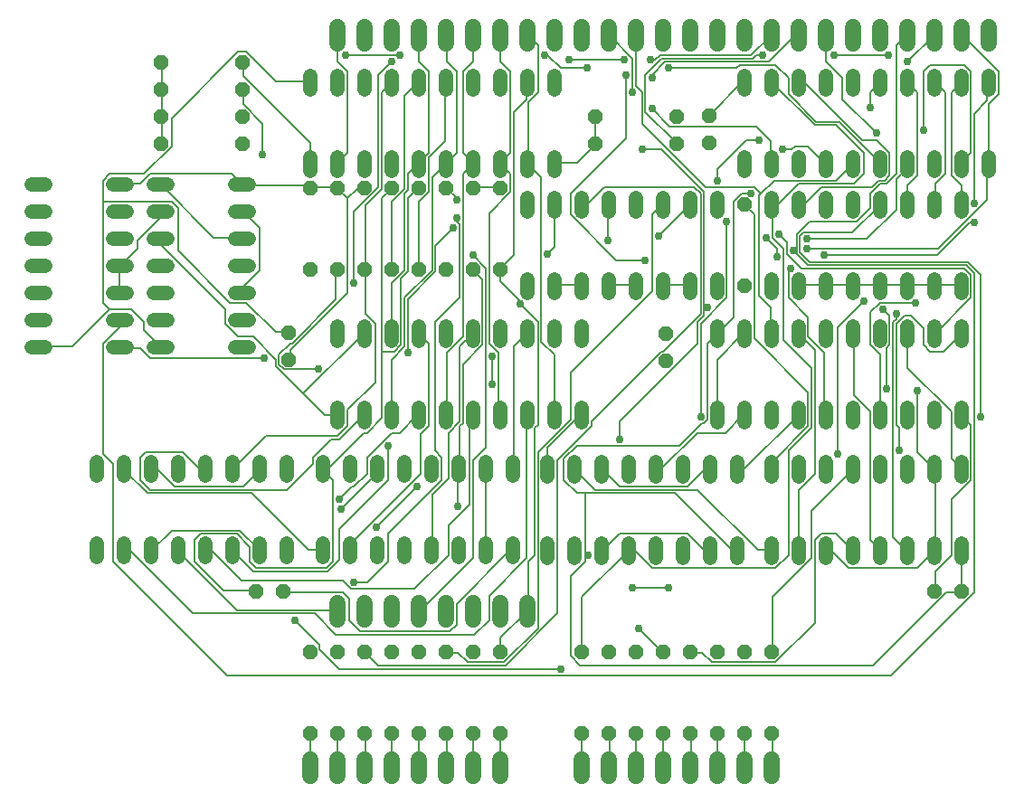
<source format=gbr>
G04 EAGLE Gerber RS-274X export*
G75*
%MOMM*%
%FSLAX34Y34*%
%LPD*%
%INTop Copper*%
%IPPOS*%
%AMOC8*
5,1,8,0,0,1.08239X$1,22.5*%
G01*
%ADD10C,1.320800*%
%ADD11C,1.524000*%
%ADD12P,1.429621X8X292.500000*%
%ADD13P,1.429621X8X202.500000*%
%ADD14C,0.152400*%
%ADD15C,0.756400*%


D10*
X342900Y647446D02*
X342900Y660654D01*
X368300Y660654D02*
X368300Y647446D01*
X495300Y647446D02*
X495300Y660654D01*
X520700Y660654D02*
X520700Y647446D01*
X393700Y647446D02*
X393700Y660654D01*
X419100Y660654D02*
X419100Y647446D01*
X469900Y647446D02*
X469900Y660654D01*
X444500Y660654D02*
X444500Y647446D01*
X546100Y647446D02*
X546100Y660654D01*
X571500Y660654D02*
X571500Y647446D01*
X571500Y723646D02*
X571500Y736854D01*
X546100Y736854D02*
X546100Y723646D01*
X520700Y723646D02*
X520700Y736854D01*
X495300Y736854D02*
X495300Y723646D01*
X469900Y723646D02*
X469900Y736854D01*
X444500Y736854D02*
X444500Y723646D01*
X419100Y723646D02*
X419100Y736854D01*
X393700Y736854D02*
X393700Y723646D01*
X368300Y723646D02*
X368300Y736854D01*
X342900Y736854D02*
X342900Y723646D01*
X749300Y660654D02*
X749300Y647446D01*
X774700Y647446D02*
X774700Y660654D01*
X901700Y660654D02*
X901700Y647446D01*
X927100Y647446D02*
X927100Y660654D01*
X800100Y660654D02*
X800100Y647446D01*
X825500Y647446D02*
X825500Y660654D01*
X876300Y660654D02*
X876300Y647446D01*
X850900Y647446D02*
X850900Y660654D01*
X952500Y660654D02*
X952500Y647446D01*
X977900Y647446D02*
X977900Y660654D01*
X977900Y723646D02*
X977900Y736854D01*
X952500Y736854D02*
X952500Y723646D01*
X927100Y723646D02*
X927100Y736854D01*
X901700Y736854D02*
X901700Y723646D01*
X876300Y723646D02*
X876300Y736854D01*
X850900Y736854D02*
X850900Y723646D01*
X825500Y723646D02*
X825500Y736854D01*
X800100Y736854D02*
X800100Y723646D01*
X774700Y723646D02*
X774700Y736854D01*
X749300Y736854D02*
X749300Y723646D01*
D11*
X546100Y767080D02*
X546100Y782320D01*
X520700Y782320D02*
X520700Y767080D01*
X495300Y767080D02*
X495300Y782320D01*
X469900Y782320D02*
X469900Y767080D01*
X444500Y767080D02*
X444500Y782320D01*
X419100Y782320D02*
X419100Y767080D01*
X393700Y767080D02*
X393700Y782320D01*
X368300Y782320D02*
X368300Y767080D01*
X749300Y767080D02*
X749300Y782320D01*
X723900Y782320D02*
X723900Y767080D01*
X698500Y767080D02*
X698500Y782320D01*
X673100Y782320D02*
X673100Y767080D01*
X647700Y767080D02*
X647700Y782320D01*
X622300Y782320D02*
X622300Y767080D01*
X596900Y767080D02*
X596900Y782320D01*
X571500Y782320D02*
X571500Y767080D01*
X596900Y96520D02*
X596900Y81280D01*
X622300Y81280D02*
X622300Y96520D01*
X647700Y96520D02*
X647700Y81280D01*
X673100Y81280D02*
X673100Y96520D01*
X698500Y96520D02*
X698500Y81280D01*
X723900Y81280D02*
X723900Y96520D01*
X749300Y96520D02*
X749300Y81280D01*
X774700Y81280D02*
X774700Y96520D01*
D12*
X342900Y196850D03*
X342900Y120650D03*
X368300Y196850D03*
X368300Y120650D03*
X393700Y196850D03*
X393700Y120650D03*
X419100Y196850D03*
X419100Y120650D03*
X444500Y196850D03*
X444500Y120650D03*
X469900Y196850D03*
X469900Y120650D03*
X495300Y196850D03*
X495300Y120650D03*
X520700Y196850D03*
X520700Y120650D03*
X596900Y196850D03*
X596900Y120650D03*
X622300Y196850D03*
X622300Y120650D03*
X647700Y196850D03*
X647700Y120650D03*
X673100Y196850D03*
X673100Y120650D03*
X698500Y196850D03*
X698500Y120650D03*
X723900Y196850D03*
X723900Y120650D03*
X749300Y196850D03*
X749300Y120650D03*
X774700Y196850D03*
X774700Y120650D03*
D11*
X342900Y96520D02*
X342900Y81280D01*
X368300Y81280D02*
X368300Y96520D01*
X393700Y96520D02*
X393700Y81280D01*
X419100Y81280D02*
X419100Y96520D01*
X444500Y96520D02*
X444500Y81280D01*
X469900Y81280D02*
X469900Y96520D01*
X495300Y96520D02*
X495300Y81280D01*
X520700Y81280D02*
X520700Y96520D01*
D10*
X321056Y361950D02*
X321056Y375158D01*
X295656Y375158D02*
X295656Y361950D01*
X168656Y361950D02*
X168656Y375158D01*
X143256Y375158D02*
X143256Y361950D01*
X270256Y361950D02*
X270256Y375158D01*
X244856Y375158D02*
X244856Y361950D01*
X194056Y361950D02*
X194056Y375158D01*
X219456Y375158D02*
X219456Y361950D01*
X143256Y298958D02*
X143256Y285750D01*
X168656Y285750D02*
X168656Y298958D01*
X194056Y298958D02*
X194056Y285750D01*
X219456Y285750D02*
X219456Y298958D01*
X244856Y298958D02*
X244856Y285750D01*
X270256Y285750D02*
X270256Y298958D01*
X295656Y298958D02*
X295656Y285750D01*
X321056Y285750D02*
X321056Y298958D01*
X532892Y361950D02*
X532892Y375158D01*
X507492Y375158D02*
X507492Y361950D01*
X380492Y361950D02*
X380492Y375158D01*
X355092Y375158D02*
X355092Y361950D01*
X482092Y361950D02*
X482092Y375158D01*
X456692Y375158D02*
X456692Y361950D01*
X405892Y361950D02*
X405892Y375158D01*
X431292Y375158D02*
X431292Y361950D01*
X355092Y298958D02*
X355092Y285750D01*
X380492Y285750D02*
X380492Y298958D01*
X405892Y298958D02*
X405892Y285750D01*
X431292Y285750D02*
X431292Y298958D01*
X456692Y298958D02*
X456692Y285750D01*
X482092Y285750D02*
X482092Y298958D01*
X507492Y298958D02*
X507492Y285750D01*
X532892Y285750D02*
X532892Y298958D01*
X742950Y361696D02*
X742950Y374904D01*
X717550Y374904D02*
X717550Y361696D01*
X590550Y361696D02*
X590550Y374904D01*
X565150Y374904D02*
X565150Y361696D01*
X692150Y361696D02*
X692150Y374904D01*
X666750Y374904D02*
X666750Y361696D01*
X615950Y361696D02*
X615950Y374904D01*
X641350Y374904D02*
X641350Y361696D01*
X565150Y298704D02*
X565150Y285496D01*
X590550Y285496D02*
X590550Y298704D01*
X615950Y298704D02*
X615950Y285496D01*
X641350Y285496D02*
X641350Y298704D01*
X666750Y298704D02*
X666750Y285496D01*
X692150Y285496D02*
X692150Y298704D01*
X717550Y298704D02*
X717550Y285496D01*
X742950Y285496D02*
X742950Y298704D01*
X952500Y361696D02*
X952500Y374904D01*
X927100Y374904D02*
X927100Y361696D01*
X800100Y361696D02*
X800100Y374904D01*
X774700Y374904D02*
X774700Y361696D01*
X901700Y361696D02*
X901700Y374904D01*
X876300Y374904D02*
X876300Y361696D01*
X825500Y361696D02*
X825500Y374904D01*
X850900Y374904D02*
X850900Y361696D01*
X774700Y298704D02*
X774700Y285496D01*
X800100Y285496D02*
X800100Y298704D01*
X825500Y298704D02*
X825500Y285496D01*
X850900Y285496D02*
X850900Y298704D01*
X876300Y298704D02*
X876300Y285496D01*
X901700Y285496D02*
X901700Y298704D01*
X927100Y298704D02*
X927100Y285496D01*
X952500Y285496D02*
X952500Y298704D01*
X368300Y412496D02*
X368300Y425704D01*
X393700Y425704D02*
X393700Y412496D01*
X520700Y412496D02*
X520700Y425704D01*
X546100Y425704D02*
X546100Y412496D01*
X419100Y412496D02*
X419100Y425704D01*
X444500Y425704D02*
X444500Y412496D01*
X495300Y412496D02*
X495300Y425704D01*
X469900Y425704D02*
X469900Y412496D01*
X571500Y412496D02*
X571500Y425704D01*
X596900Y425704D02*
X596900Y412496D01*
X596900Y488696D02*
X596900Y501904D01*
X571500Y501904D02*
X571500Y488696D01*
X546100Y488696D02*
X546100Y501904D01*
X520700Y501904D02*
X520700Y488696D01*
X495300Y488696D02*
X495300Y501904D01*
X469900Y501904D02*
X469900Y488696D01*
X444500Y488696D02*
X444500Y501904D01*
X419100Y501904D02*
X419100Y488696D01*
X393700Y488696D02*
X393700Y501904D01*
X368300Y501904D02*
X368300Y488696D01*
X723900Y425704D02*
X723900Y412496D01*
X749300Y412496D02*
X749300Y425704D01*
X876300Y425704D02*
X876300Y412496D01*
X901700Y412496D02*
X901700Y425704D01*
X774700Y425704D02*
X774700Y412496D01*
X800100Y412496D02*
X800100Y425704D01*
X850900Y425704D02*
X850900Y412496D01*
X825500Y412496D02*
X825500Y425704D01*
X927100Y425704D02*
X927100Y412496D01*
X952500Y412496D02*
X952500Y425704D01*
X952500Y488696D02*
X952500Y501904D01*
X927100Y501904D02*
X927100Y488696D01*
X901700Y488696D02*
X901700Y501904D01*
X876300Y501904D02*
X876300Y488696D01*
X850900Y488696D02*
X850900Y501904D01*
X825500Y501904D02*
X825500Y488696D01*
X800100Y488696D02*
X800100Y501904D01*
X774700Y501904D02*
X774700Y488696D01*
X749300Y488696D02*
X749300Y501904D01*
X723900Y501904D02*
X723900Y488696D01*
X546100Y609346D02*
X546100Y622554D01*
X546100Y546354D02*
X546100Y533146D01*
X571500Y609346D02*
X571500Y622554D01*
X571500Y546354D02*
X571500Y533146D01*
X596900Y609346D02*
X596900Y622554D01*
X596900Y546354D02*
X596900Y533146D01*
X622300Y609346D02*
X622300Y622554D01*
X622300Y546354D02*
X622300Y533146D01*
X647700Y609346D02*
X647700Y622554D01*
X647700Y546354D02*
X647700Y533146D01*
X673100Y609346D02*
X673100Y622554D01*
X673100Y546354D02*
X673100Y533146D01*
X698500Y609346D02*
X698500Y622554D01*
X698500Y546354D02*
X698500Y533146D01*
X723900Y609346D02*
X723900Y622554D01*
X723900Y546354D02*
X723900Y533146D01*
X774700Y609346D02*
X774700Y622554D01*
X774700Y546354D02*
X774700Y533146D01*
X800100Y609346D02*
X800100Y622554D01*
X800100Y546354D02*
X800100Y533146D01*
X825500Y609346D02*
X825500Y622554D01*
X825500Y546354D02*
X825500Y533146D01*
X850900Y609346D02*
X850900Y622554D01*
X850900Y546354D02*
X850900Y533146D01*
X876300Y609346D02*
X876300Y622554D01*
X876300Y546354D02*
X876300Y533146D01*
X901700Y609346D02*
X901700Y622554D01*
X901700Y546354D02*
X901700Y533146D01*
X927100Y609346D02*
X927100Y622554D01*
X927100Y546354D02*
X927100Y533146D01*
X952500Y609346D02*
X952500Y622554D01*
X952500Y546354D02*
X952500Y533146D01*
D12*
X749300Y615950D03*
X749300Y539750D03*
D11*
X774700Y767080D02*
X774700Y782320D01*
X800100Y782320D02*
X800100Y767080D01*
X825500Y767080D02*
X825500Y782320D01*
X850900Y782320D02*
X850900Y767080D01*
X876300Y767080D02*
X876300Y782320D01*
X901700Y782320D02*
X901700Y767080D01*
X927100Y767080D02*
X927100Y782320D01*
D10*
X286004Y482600D02*
X272796Y482600D01*
X272796Y508000D02*
X286004Y508000D01*
X286004Y635000D02*
X272796Y635000D01*
X209804Y635000D02*
X196596Y635000D01*
X272796Y533400D02*
X286004Y533400D01*
X286004Y558800D02*
X272796Y558800D01*
X272796Y609600D02*
X286004Y609600D01*
X286004Y584200D02*
X272796Y584200D01*
X209804Y609600D02*
X196596Y609600D01*
X196596Y584200D02*
X209804Y584200D01*
X209804Y558800D02*
X196596Y558800D01*
X196596Y533400D02*
X209804Y533400D01*
X209804Y508000D02*
X196596Y508000D01*
X196596Y482600D02*
X209804Y482600D01*
X171704Y482600D02*
X158496Y482600D01*
X158496Y508000D02*
X171704Y508000D01*
X171704Y635000D02*
X158496Y635000D01*
X95504Y635000D02*
X82296Y635000D01*
X158496Y533400D02*
X171704Y533400D01*
X171704Y558800D02*
X158496Y558800D01*
X158496Y609600D02*
X171704Y609600D01*
X171704Y584200D02*
X158496Y584200D01*
X95504Y609600D02*
X82296Y609600D01*
X82296Y584200D02*
X95504Y584200D01*
X95504Y558800D02*
X82296Y558800D01*
X82296Y533400D02*
X95504Y533400D01*
X95504Y508000D02*
X82296Y508000D01*
X82296Y482600D02*
X95504Y482600D01*
D13*
X685800Y673100D03*
X609600Y673100D03*
X685800Y698500D03*
X609600Y698500D03*
X279400Y673100D03*
X203200Y673100D03*
X279400Y698500D03*
X203200Y698500D03*
X279400Y723900D03*
X203200Y723900D03*
X279400Y749300D03*
X203200Y749300D03*
D11*
X368300Y242570D02*
X368300Y227330D01*
X393700Y227330D02*
X393700Y242570D01*
X419100Y242570D02*
X419100Y227330D01*
X444500Y227330D02*
X444500Y242570D01*
X469900Y242570D02*
X469900Y227330D01*
X495300Y227330D02*
X495300Y242570D01*
X520700Y242570D02*
X520700Y227330D01*
X546100Y227330D02*
X546100Y242570D01*
X952500Y767080D02*
X952500Y782320D01*
X977900Y782320D02*
X977900Y767080D01*
D12*
X520700Y631825D03*
X520700Y555625D03*
X495300Y631825D03*
X495300Y555625D03*
X469900Y631825D03*
X469900Y555625D03*
X444500Y631825D03*
X444500Y555625D03*
X419100Y631825D03*
X419100Y555625D03*
X393700Y631825D03*
X393700Y555625D03*
X368300Y631825D03*
X368300Y555625D03*
X342900Y631825D03*
X342900Y555625D03*
D13*
X317500Y254000D03*
X292100Y254000D03*
D12*
X676402Y495046D03*
X676402Y469646D03*
X716280Y699262D03*
X716280Y673862D03*
X323342Y496316D03*
X323342Y470916D03*
D13*
X952500Y254000D03*
X927100Y254000D03*
D14*
X204216Y673608D02*
X204216Y697992D01*
X204216Y673608D02*
X203200Y673100D01*
X204216Y697992D02*
X203200Y698500D01*
X204216Y723900D02*
X204216Y748284D01*
X203200Y749300D01*
X204216Y723900D02*
X204216Y699516D01*
X203200Y698500D01*
X203200Y723900D02*
X204216Y723900D01*
X262128Y254508D02*
X291084Y254508D01*
X262128Y254508D02*
X234696Y281940D01*
X234696Y301752D01*
X240792Y307848D01*
X274320Y307848D01*
X286512Y295656D01*
X286512Y281940D01*
X292608Y275844D01*
X358140Y275844D01*
X364236Y281940D01*
X364236Y358140D01*
X356616Y365760D02*
X355092Y367284D01*
X356616Y365760D02*
X364236Y358140D01*
X292100Y254000D02*
X291084Y254508D01*
X355092Y367284D02*
X355092Y368554D01*
X324612Y470916D02*
X324612Y480060D01*
X377952Y533400D01*
X377952Y621792D01*
X368808Y630936D01*
X324612Y470916D02*
X323342Y470916D01*
X368808Y630936D02*
X368300Y631825D01*
X367284Y632460D02*
X342900Y632460D01*
X367284Y632460D02*
X368300Y631825D01*
X387096Y630936D02*
X393192Y630936D01*
X387096Y630936D02*
X377952Y621792D01*
X393192Y630936D02*
X393700Y631825D01*
X341376Y633984D02*
X280416Y633984D01*
X341376Y633984D02*
X342900Y632460D01*
X280416Y633984D02*
X279400Y635000D01*
X342900Y632460D02*
X342900Y631825D01*
X393192Y402336D02*
X356616Y365760D01*
X393192Y402336D02*
X396240Y402336D01*
X409956Y416052D01*
X409956Y478536D02*
X409956Y621792D01*
X409956Y478536D02*
X409956Y416052D01*
X409956Y621792D02*
X419100Y630936D01*
X355092Y368554D02*
X356616Y365760D01*
X419100Y630936D02*
X419100Y631825D01*
X184404Y635508D02*
X166116Y635508D01*
X184404Y635508D02*
X193548Y644652D01*
X269748Y644652D01*
X279400Y635000D01*
X166116Y635508D02*
X165100Y635000D01*
X978408Y655320D02*
X978408Y710184D01*
X987552Y719328D01*
X987552Y740664D01*
X952500Y775716D01*
X978408Y655320D02*
X977900Y654050D01*
X952500Y774700D02*
X952500Y775716D01*
X928116Y272796D02*
X928116Y254508D01*
X928116Y272796D02*
X943356Y288036D01*
X943356Y339852D01*
X961644Y358140D01*
X961644Y409956D01*
X952500Y419100D01*
X928116Y254508D02*
X927100Y254000D01*
X775716Y368808D02*
X775716Y374904D01*
X809244Y408432D01*
X809244Y440436D01*
X758952Y490728D01*
X758952Y606552D01*
X749808Y615696D01*
X775716Y368808D02*
X774700Y368300D01*
X749808Y615696D02*
X749300Y615950D01*
X565404Y388620D02*
X565404Y368808D01*
X565404Y388620D02*
X595884Y419100D01*
X565404Y368808D02*
X565150Y368300D01*
X595884Y419100D02*
X596900Y419100D01*
X519684Y632460D02*
X495300Y632460D01*
X495300Y631825D01*
X519684Y632460D02*
X520700Y631825D01*
X480060Y621792D02*
X470916Y630936D01*
X480060Y621792D02*
X480060Y620268D01*
X470916Y630936D02*
X469900Y631825D01*
X571500Y655320D02*
X592836Y655320D01*
X609600Y672084D01*
X571500Y655320D02*
X571500Y654050D01*
X609600Y672084D02*
X609600Y673100D01*
X609600Y698500D01*
X976884Y653796D02*
X976884Y620268D01*
X931164Y574548D01*
X807720Y574548D01*
X976884Y653796D02*
X977900Y654050D01*
X422148Y478536D02*
X409956Y478536D01*
X422148Y478536D02*
X428244Y484632D01*
X428244Y547116D01*
X434340Y553212D01*
X434340Y621792D01*
X443484Y630936D01*
X444500Y631825D01*
D15*
X480060Y620268D03*
X807720Y574548D03*
D14*
X531876Y291084D02*
X528828Y291084D01*
X480060Y242316D01*
X480060Y222504D01*
X473964Y216408D01*
X390144Y216408D01*
X379476Y227076D01*
X379476Y246888D01*
X373380Y252984D01*
X318516Y252984D01*
X531876Y291084D02*
X532892Y292354D01*
X318516Y252984D02*
X317500Y254000D01*
X120396Y483108D02*
X89916Y483108D01*
X120396Y483108D02*
X155448Y518160D01*
X175260Y518160D01*
X187452Y505968D01*
X187452Y498348D01*
X203200Y482600D01*
X89916Y483108D02*
X88900Y482600D01*
X310896Y731520D02*
X342900Y731520D01*
X310896Y731520D02*
X283464Y758952D01*
X275844Y758952D01*
X213360Y696468D01*
X213360Y670560D01*
X187452Y644652D01*
X155448Y644652D01*
X149352Y638556D01*
X149352Y618744D02*
X149352Y524256D01*
X149352Y618744D02*
X149352Y638556D01*
X149352Y524256D02*
X155448Y518160D01*
X342900Y730250D02*
X342900Y731520D01*
X323088Y496824D02*
X310896Y496824D01*
X283464Y524256D01*
X268224Y524256D01*
X219456Y573024D01*
X219456Y612648D01*
X213360Y618744D01*
X149352Y618744D01*
X323088Y496824D02*
X323342Y496316D01*
X952500Y292100D02*
X952500Y254000D01*
X716280Y699516D02*
X748284Y731520D01*
X716280Y699516D02*
X716280Y699262D01*
X749300Y730250D02*
X748284Y731520D01*
X742188Y292608D02*
X737616Y292608D01*
X684276Y345948D01*
X600456Y345948D02*
X592836Y345948D01*
X600456Y345948D02*
X684276Y345948D01*
X592836Y345948D02*
X580644Y358140D01*
X580644Y377952D01*
X592836Y390144D01*
X688848Y390144D01*
X710184Y411480D01*
X711708Y411480D01*
X714756Y414528D01*
X714756Y486156D01*
X723900Y495300D01*
X742188Y292608D02*
X742950Y292100D01*
X746760Y626364D02*
X755904Y626364D01*
X746760Y626364D02*
X739140Y618744D01*
X739140Y510540D01*
X723900Y495300D01*
X938784Y252984D02*
X952500Y252984D01*
X938784Y252984D02*
X870204Y184404D01*
X595884Y184404D01*
X586740Y193548D01*
X586740Y268224D01*
X600456Y281940D01*
X600456Y288036D02*
X600456Y345948D01*
X600456Y288036D02*
X600456Y281940D01*
X952500Y254000D02*
X952500Y252984D01*
X603504Y288036D02*
X600456Y288036D01*
D15*
X755904Y626364D03*
X603504Y288036D03*
D14*
X480060Y600456D02*
X480060Y603504D01*
X480060Y600456D02*
X483108Y597408D01*
X483108Y528828D01*
X460248Y505968D01*
X460248Y385572D01*
X466344Y379476D01*
X466344Y358140D01*
X416052Y307848D01*
X416052Y281940D01*
X396240Y262128D01*
X384048Y262128D01*
X367284Y236220D02*
X274320Y236220D01*
X219456Y291084D01*
X367284Y236220D02*
X368300Y234950D01*
X219456Y291084D02*
X219456Y292354D01*
D15*
X480060Y603504D03*
X384048Y262128D03*
D14*
X571500Y576072D02*
X571500Y615950D01*
X571500Y576072D02*
X565404Y569976D01*
X350520Y461772D02*
X318516Y461772D01*
X313944Y466344D01*
X313944Y475488D01*
X324612Y486156D01*
X326136Y486156D01*
X367284Y527304D01*
X367284Y554736D01*
X368300Y555625D01*
X271272Y291084D02*
X289560Y272796D01*
X359664Y272796D01*
X370332Y283464D01*
X370332Y312420D01*
X416052Y358140D01*
X416052Y390144D01*
X271272Y291084D02*
X270256Y292354D01*
D15*
X565404Y569976D03*
X350520Y461772D03*
X416052Y390144D03*
D14*
X394716Y556260D02*
X394716Y615696D01*
X409956Y630936D01*
X409956Y720852D01*
X419100Y729996D01*
X394716Y556260D02*
X393700Y555625D01*
X419100Y729996D02*
X419100Y730250D01*
X597408Y617220D02*
X603504Y617220D01*
X618744Y632460D01*
X702564Y632460D01*
X708660Y626364D01*
X708660Y513588D01*
X673608Y478536D01*
X672084Y478536D01*
X606552Y413004D01*
X606552Y408432D01*
X574548Y376428D01*
X574548Y233172D01*
X525780Y184404D01*
X406908Y184404D01*
X394716Y196596D01*
X596900Y615950D02*
X597408Y617220D01*
X394716Y196596D02*
X393700Y196850D01*
X394716Y513588D02*
X394716Y554736D01*
X394716Y513588D02*
X403860Y504444D01*
X403860Y449580D01*
X377952Y423672D01*
X377952Y408432D01*
X368808Y399288D01*
X301752Y399288D01*
X271272Y368808D01*
X394716Y554736D02*
X393700Y555625D01*
X271272Y368808D02*
X270256Y368554D01*
X419100Y555625D02*
X419100Y618744D01*
X431292Y630936D01*
X431292Y717804D01*
X443484Y729996D01*
X444500Y730250D01*
X621792Y615696D02*
X621792Y582168D01*
X621792Y615696D02*
X622300Y615950D01*
X507492Y556260D02*
X495300Y568452D01*
X507492Y556260D02*
X507492Y388620D01*
X495300Y376428D01*
X495300Y284988D01*
X445008Y234696D01*
X444500Y234950D01*
D15*
X621792Y582168D03*
X495300Y568452D03*
D14*
X445008Y556260D02*
X445008Y618744D01*
X454152Y627888D01*
X454152Y659892D01*
X469392Y675132D01*
X469392Y729996D01*
X445008Y556260D02*
X444500Y555625D01*
X469392Y729996D02*
X469900Y730250D01*
X470916Y196596D02*
X481584Y196596D01*
X490728Y187452D01*
X524256Y187452D01*
X556260Y219456D01*
X556260Y384048D01*
X586740Y414528D01*
X586740Y458724D01*
X662940Y534924D01*
X662940Y606552D01*
X672084Y615696D01*
X470916Y196596D02*
X469900Y196850D01*
X672084Y615696D02*
X673100Y615950D01*
X483108Y408432D02*
X483108Y368808D01*
X483108Y408432D02*
X486156Y411480D01*
X486156Y466344D01*
X504444Y484632D01*
X504444Y545592D01*
X495300Y554736D01*
X483108Y368808D02*
X482092Y368554D01*
X495300Y554736D02*
X495300Y555625D01*
X481584Y367284D02*
X481584Y333756D01*
X481584Y367284D02*
X482092Y368554D01*
X669036Y586740D02*
X697992Y615696D01*
X698500Y615950D01*
D15*
X481584Y333756D03*
X669036Y586740D03*
D14*
X521208Y210312D02*
X521208Y198120D01*
X521208Y210312D02*
X545592Y234696D01*
X521208Y198120D02*
X520700Y196850D01*
X545592Y234696D02*
X546100Y234950D01*
X539496Y522732D02*
X539496Y525780D01*
X521208Y544068D01*
X521208Y554736D01*
X520700Y555625D01*
X545592Y714756D02*
X545592Y729996D01*
X545592Y714756D02*
X533400Y702564D01*
X533400Y568452D01*
X521208Y556260D01*
X545592Y729996D02*
X546100Y730250D01*
X521208Y556260D02*
X520700Y555625D01*
X547116Y281940D02*
X547116Y236220D01*
X547116Y281940D02*
X553212Y288036D01*
X553212Y406908D01*
X556260Y409956D01*
X556260Y505968D01*
X539496Y522732D01*
X547116Y236220D02*
X546100Y234950D01*
D15*
X539496Y522732D03*
D14*
X295656Y292608D02*
X277368Y310896D01*
X213360Y310896D01*
X195072Y292608D01*
X295656Y292608D02*
X295656Y292354D01*
X195072Y292608D02*
X194056Y292354D01*
X280416Y710184D02*
X280416Y723900D01*
X280416Y710184D02*
X298704Y691896D01*
X298704Y662940D01*
X280416Y723900D02*
X279400Y723900D01*
X201168Y367284D02*
X195072Y367284D01*
X201168Y367284D02*
X216408Y352044D01*
X280416Y352044D01*
X295656Y367284D01*
X195072Y367284D02*
X194056Y368554D01*
X295656Y368554D02*
X295656Y367284D01*
X711708Y292608D02*
X716280Y292608D01*
X711708Y292608D02*
X696468Y307848D01*
X632460Y307848D01*
X617220Y292608D01*
X716280Y292608D02*
X717550Y292100D01*
X617220Y292608D02*
X615950Y292100D01*
X711708Y367284D02*
X716280Y367284D01*
X711708Y367284D02*
X696468Y352044D01*
X632460Y352044D01*
X617220Y367284D01*
X716280Y367284D02*
X717550Y368300D01*
X617220Y367284D02*
X615950Y368300D01*
X507492Y368554D02*
X507492Y292354D01*
X826008Y291084D02*
X832104Y291084D01*
X847344Y275844D01*
X911352Y275844D01*
X926592Y291084D01*
X826008Y291084D02*
X825500Y292100D01*
X926592Y291084D02*
X927100Y292100D01*
X928116Y292608D02*
X928116Y367284D01*
X927100Y368300D01*
X928116Y292608D02*
X927100Y292100D01*
X826008Y749808D02*
X826008Y774192D01*
X826008Y749808D02*
X841248Y734568D01*
X841248Y714756D01*
X873252Y682752D01*
X911352Y441960D02*
X911352Y384048D01*
X927100Y368300D01*
X826008Y774192D02*
X825500Y774700D01*
X405384Y364236D02*
X371856Y330708D01*
X405384Y364236D02*
X405384Y367284D01*
X405892Y368554D01*
D15*
X298704Y662940D03*
X873252Y682752D03*
X911352Y441960D03*
X371856Y330708D03*
D14*
X650748Y219456D02*
X672084Y198120D01*
X673100Y196850D01*
X836676Y501396D02*
X861060Y525780D01*
X836676Y501396D02*
X836676Y382524D01*
D15*
X650748Y219456D03*
X861060Y525780D03*
X836676Y382524D03*
D14*
X806196Y617220D02*
X800100Y617220D01*
X806196Y617220D02*
X821436Y632460D01*
X868680Y632460D01*
X874776Y638556D01*
X880872Y638556D01*
X885444Y643128D01*
X885444Y664464D01*
X873252Y676656D01*
X859536Y676656D01*
X806196Y729996D01*
X800100Y729996D01*
X800100Y617220D02*
X800100Y615950D01*
X800100Y729996D02*
X800100Y730250D01*
X708660Y504444D02*
X708660Y417576D01*
X708660Y504444D02*
X733044Y528828D01*
X733044Y600456D01*
X723900Y638556D02*
X723900Y649224D01*
X751332Y676656D01*
X763524Y676656D01*
D15*
X708660Y417576D03*
X733044Y600456D03*
X723900Y638556D03*
X763524Y676656D03*
D14*
X597408Y248412D02*
X597408Y198120D01*
X597408Y248412D02*
X640080Y291084D01*
X597408Y198120D02*
X596900Y196850D01*
X640080Y291084D02*
X641350Y292100D01*
X775716Y617220D02*
X781812Y617220D01*
X800100Y635508D01*
X851916Y635508D01*
X861060Y644652D01*
X861060Y664464D01*
X835152Y690372D01*
X815340Y690372D01*
X775716Y729996D01*
X775716Y617220D02*
X774700Y615950D01*
X775716Y729996D02*
X774700Y730250D01*
X647700Y291084D02*
X641604Y291084D01*
X647700Y291084D02*
X662940Y275844D01*
X778764Y275844D01*
X790956Y288036D01*
X790956Y385572D01*
X812292Y406908D01*
X812292Y463296D01*
X786384Y489204D01*
X786384Y574548D01*
X775716Y585216D01*
X775716Y615696D01*
X641350Y292100D02*
X641604Y291084D01*
X774700Y615950D02*
X775716Y615696D01*
X952500Y615950D02*
X952500Y633984D01*
X943356Y643128D01*
X943356Y720852D01*
X952500Y729996D01*
X952500Y730250D01*
X775716Y248412D02*
X775716Y198120D01*
X775716Y248412D02*
X812292Y284988D01*
X812292Y329184D01*
X850392Y367284D01*
X775716Y198120D02*
X774700Y196850D01*
X850392Y367284D02*
X850900Y368300D01*
X928116Y617220D02*
X928116Y635508D01*
X937260Y644652D01*
X937260Y720852D01*
X928116Y729996D01*
X928116Y617220D02*
X927100Y615950D01*
X928116Y729996D02*
X927100Y730250D01*
X902208Y633984D02*
X902208Y617220D01*
X902208Y633984D02*
X911352Y643128D01*
X911352Y720852D01*
X902208Y729996D01*
X902208Y617220D02*
X901700Y615950D01*
X902208Y729996D02*
X901700Y730250D01*
X891540Y513588D02*
X891540Y509016D01*
X888492Y505968D01*
X888492Y304800D01*
X900684Y292608D01*
X901700Y292100D01*
D15*
X891540Y513588D03*
D14*
X867156Y707136D02*
X867156Y720852D01*
X876300Y729996D01*
X876300Y730250D01*
X710184Y196596D02*
X699516Y196596D01*
X710184Y196596D02*
X719328Y187452D01*
X778764Y187452D01*
X815340Y224028D01*
X815340Y301752D01*
X821436Y307848D01*
X835152Y307848D01*
X850900Y292100D01*
X699516Y196596D02*
X698500Y196850D01*
X850392Y589788D02*
X876300Y615696D01*
X850392Y589788D02*
X804672Y589788D01*
X801624Y586740D01*
X801624Y571500D01*
X810768Y562356D01*
X958596Y562356D01*
X970788Y550164D01*
X970788Y417576D01*
X876300Y615696D02*
X876300Y615950D01*
D15*
X867156Y707136D03*
X970788Y417576D03*
D14*
X774192Y292608D02*
X762000Y292608D01*
X705612Y348996D01*
X609600Y348996D01*
X591312Y367284D01*
X774192Y292608D02*
X774700Y292100D01*
X591312Y367284D02*
X590550Y368300D01*
X355092Y292608D02*
X341376Y292608D01*
X288036Y345948D01*
X190500Y345948D01*
X169164Y367284D01*
X355092Y292608D02*
X355092Y292354D01*
X169164Y367284D02*
X168656Y368554D01*
X644652Y257556D02*
X678180Y257556D01*
D15*
X644652Y257556D03*
X678180Y257556D03*
D14*
X243840Y368808D02*
X239268Y368808D01*
X224028Y384048D01*
X188976Y384048D01*
X184404Y379476D01*
X184404Y358140D01*
X193548Y348996D01*
X321564Y348996D01*
X345948Y373380D01*
X345948Y379476D01*
X362712Y396240D01*
X370332Y396240D01*
X393192Y419100D01*
X244856Y368554D02*
X243840Y368808D01*
X393192Y419100D02*
X393700Y419100D01*
X382524Y352044D02*
X370332Y339852D01*
X382524Y352044D02*
X384048Y352044D01*
X396240Y364236D01*
X396240Y379476D01*
X419100Y402336D01*
X426720Y402336D01*
X443484Y419100D01*
X444500Y419100D01*
D15*
X370332Y339852D03*
D14*
X251460Y291084D02*
X245364Y291084D01*
X251460Y291084D02*
X278892Y263652D01*
X373380Y263652D01*
X381000Y256032D01*
X440436Y256032D01*
X472440Y288036D01*
X472440Y315468D01*
X492252Y335280D01*
X492252Y416052D01*
X495300Y419100D01*
X244856Y292354D02*
X245364Y291084D01*
X175260Y291084D02*
X169164Y291084D01*
X175260Y291084D02*
X233172Y233172D01*
X347472Y233172D01*
X367284Y213360D01*
X496824Y213360D01*
X510540Y227076D01*
X510540Y249936D01*
X545592Y284988D01*
X545592Y419100D01*
X169164Y291084D02*
X168656Y292354D01*
X545592Y419100D02*
X546100Y419100D01*
X533400Y368808D02*
X533400Y483108D01*
X545592Y495300D01*
X533400Y368808D02*
X532892Y368554D01*
X545592Y495300D02*
X546100Y495300D01*
X457200Y344424D02*
X457200Y292608D01*
X457200Y344424D02*
X472440Y359664D01*
X472440Y402336D01*
X483108Y413004D01*
X483108Y483108D01*
X495300Y495300D01*
X457200Y292608D02*
X456692Y292354D01*
X381000Y292608D02*
X381000Y298704D01*
X446532Y364236D01*
X446532Y400812D01*
X454152Y408432D01*
X454152Y486156D01*
X445008Y495300D01*
X381000Y292608D02*
X380492Y292354D01*
X444500Y495300D02*
X445008Y495300D01*
X667512Y368808D02*
X672084Y368808D01*
X705612Y402336D01*
X731520Y402336D01*
X748284Y419100D01*
X667512Y368808D02*
X666750Y368300D01*
X748284Y419100D02*
X749300Y419100D01*
X749808Y368808D02*
X743712Y368808D01*
X749808Y368808D02*
X800100Y419100D01*
X743712Y368808D02*
X742950Y368300D01*
X894588Y385572D02*
X894588Y406908D01*
X891540Y409956D01*
X891540Y504444D01*
X899160Y512064D01*
X905256Y512064D01*
X917448Y499872D01*
X917448Y484632D01*
X923544Y478536D01*
X935736Y478536D01*
X952500Y495300D01*
D15*
X894588Y385572D03*
D14*
X902208Y463296D02*
X902208Y495300D01*
X902208Y463296D02*
X943356Y422148D01*
X943356Y377952D01*
X952500Y368808D01*
X902208Y495300D02*
X901700Y495300D01*
X952500Y368808D02*
X952500Y368300D01*
X851916Y437388D02*
X851916Y495300D01*
X851916Y437388D02*
X867156Y422148D01*
X867156Y301752D01*
X876300Y292608D01*
X851916Y495300D02*
X850900Y495300D01*
X876300Y292608D02*
X876300Y292100D01*
X800100Y292100D02*
X800100Y348996D01*
X815340Y364236D01*
X815340Y480060D01*
X800100Y495300D01*
X513588Y473964D02*
X513588Y448056D01*
X368808Y749808D02*
X368808Y774192D01*
X368808Y749808D02*
X377952Y740664D01*
X377952Y664464D01*
X368808Y655320D01*
X368808Y774192D02*
X368300Y774700D01*
X368808Y655320D02*
X368300Y654050D01*
D15*
X513588Y448056D03*
X513588Y473964D03*
D14*
X419100Y495300D02*
X419100Y542544D01*
X431292Y554736D01*
X431292Y626364D01*
X434340Y629412D01*
X434340Y644652D01*
X443484Y653796D01*
X444500Y654050D01*
X445008Y749808D02*
X445008Y774192D01*
X445008Y749808D02*
X454152Y740664D01*
X454152Y664464D01*
X445008Y655320D01*
X445008Y774192D02*
X444500Y774700D01*
X445008Y655320D02*
X444500Y654050D01*
X547116Y655320D02*
X547116Y711708D01*
X556260Y720852D01*
X556260Y765048D01*
X547116Y774192D01*
X547116Y655320D02*
X546100Y654050D01*
X547116Y774192D02*
X546100Y774700D01*
X571500Y475488D02*
X571500Y419100D01*
X571500Y475488D02*
X559308Y487680D01*
X559308Y641604D01*
X547116Y653796D01*
X546100Y654050D01*
X519684Y477012D02*
X519684Y419100D01*
X519684Y477012D02*
X510540Y486156D01*
X510540Y608076D01*
X530352Y627888D01*
X530352Y644652D01*
X521208Y653796D01*
X520700Y419100D02*
X519684Y419100D01*
X521208Y653796D02*
X520700Y654050D01*
X521208Y749808D02*
X521208Y774192D01*
X521208Y749808D02*
X530352Y740664D01*
X530352Y664464D01*
X521208Y655320D01*
X521208Y774192D02*
X520700Y774700D01*
X521208Y655320D02*
X520700Y654050D01*
X470916Y477012D02*
X470916Y419100D01*
X470916Y477012D02*
X486156Y492252D01*
X486156Y644652D01*
X495300Y653796D01*
X470916Y419100D02*
X469900Y419100D01*
X495300Y653796D02*
X495300Y654050D01*
X495300Y749808D02*
X495300Y774700D01*
X495300Y749808D02*
X486156Y740664D01*
X486156Y664464D01*
X495300Y655320D01*
X495300Y654050D01*
X419100Y470916D02*
X419100Y419100D01*
X419100Y470916D02*
X431292Y483108D01*
X431292Y528828D01*
X457200Y554736D01*
X457200Y641604D01*
X469392Y653796D01*
X469900Y654050D01*
X470916Y749808D02*
X470916Y774192D01*
X470916Y749808D02*
X480060Y740664D01*
X480060Y664464D01*
X470916Y655320D01*
X470916Y774192D02*
X469900Y774700D01*
X470916Y655320D02*
X469900Y654050D01*
X774192Y519684D02*
X774192Y495300D01*
X774192Y519684D02*
X763524Y530352D01*
X763524Y624840D01*
X765048Y626364D02*
X777240Y638556D01*
X765048Y626364D02*
X763524Y624840D01*
X777240Y638556D02*
X835152Y638556D01*
X850392Y653796D01*
X774700Y495300D02*
X774192Y495300D01*
X850392Y653796D02*
X850900Y654050D01*
X647700Y726948D02*
X647700Y774700D01*
X647700Y726948D02*
X653796Y720852D01*
X653796Y691896D01*
X713232Y632460D01*
X758952Y632460D01*
X765048Y626364D01*
X784860Y667512D02*
X794004Y667512D01*
X797052Y670560D01*
X809244Y670560D01*
X824484Y655320D01*
X825500Y654050D01*
X644652Y752856D02*
X623316Y774192D01*
X644652Y752856D02*
X644652Y720852D01*
X623316Y774192D02*
X622300Y774700D01*
D15*
X784860Y667512D03*
X644652Y720852D03*
D14*
X774192Y675132D02*
X774192Y655320D01*
X774192Y675132D02*
X760476Y688848D01*
X679704Y688848D01*
X662940Y705612D01*
X774192Y655320D02*
X774700Y654050D01*
X928116Y495300D02*
X961644Y528828D01*
X961644Y550164D01*
X955548Y556260D01*
X803148Y556260D01*
X789432Y569976D01*
X789432Y580644D01*
X781812Y588264D01*
X927100Y495300D02*
X928116Y495300D01*
D15*
X662940Y705612D03*
X781812Y588264D03*
D14*
X917448Y685800D02*
X917448Y740664D01*
X923544Y746760D01*
X955548Y746760D01*
X961644Y740664D01*
X961644Y664464D01*
X952500Y655320D01*
X952500Y654050D01*
D15*
X917448Y685800D03*
D14*
X876300Y475488D02*
X876300Y419100D01*
X876300Y475488D02*
X867156Y484632D01*
X867156Y515112D01*
X876300Y524256D01*
X909828Y524256D01*
D15*
X909828Y524256D03*
D14*
X824484Y477012D02*
X824484Y419100D01*
X824484Y477012D02*
X809244Y492252D01*
X809244Y510540D01*
X790956Y528828D01*
X790956Y554736D01*
X792480Y556260D01*
X780288Y566928D02*
X780288Y574548D01*
X769620Y585216D01*
X807720Y583692D02*
X864108Y583692D01*
X891540Y611124D01*
X891540Y640080D01*
X900684Y649224D01*
X900684Y653796D01*
X825500Y419100D02*
X824484Y419100D01*
X900684Y653796D02*
X901700Y654050D01*
X638556Y678180D02*
X638556Y737616D01*
X638556Y678180D02*
X586740Y626364D01*
X586740Y606552D01*
X629412Y563880D01*
X656844Y563880D01*
D15*
X792480Y556260D03*
X780288Y566928D03*
X769620Y585216D03*
X807720Y583692D03*
X638556Y737616D03*
X656844Y563880D03*
D14*
X882396Y481584D02*
X882396Y443484D01*
X882396Y481584D02*
X885444Y484632D01*
X885444Y512064D01*
X879348Y518160D01*
X742188Y743712D02*
X678180Y743712D01*
X742188Y743712D02*
X745236Y746760D01*
X778764Y746760D01*
X790956Y734568D01*
X790956Y719328D01*
X816864Y693420D01*
X838200Y693420D01*
X876300Y655320D01*
X876300Y654050D01*
D15*
X882396Y443484D03*
X879348Y518160D03*
X678180Y743712D03*
D14*
X902208Y541020D02*
X926592Y541020D01*
X902208Y541020D02*
X901700Y539750D01*
X926592Y541020D02*
X927100Y539750D01*
X928116Y541020D02*
X952500Y541020D01*
X952500Y539750D01*
X928116Y541020D02*
X927100Y539750D01*
X876300Y541020D02*
X851916Y541020D01*
X850900Y539750D01*
X824484Y541020D02*
X800100Y541020D01*
X800100Y539750D01*
X824484Y541020D02*
X825500Y539750D01*
X697992Y541020D02*
X673608Y541020D01*
X673100Y539750D01*
X697992Y541020D02*
X698500Y539750D01*
X826008Y541020D02*
X850392Y541020D01*
X850900Y539750D01*
X826008Y541020D02*
X825500Y539750D01*
X876300Y541020D02*
X900684Y541020D01*
X901700Y539750D01*
X876300Y539750D02*
X876300Y541020D01*
X443484Y352044D02*
X405384Y313944D01*
X623316Y541020D02*
X647700Y541020D01*
X647700Y539750D01*
X623316Y541020D02*
X622300Y539750D01*
X595884Y541020D02*
X571500Y541020D01*
X571500Y539750D01*
X595884Y541020D02*
X596900Y539750D01*
D15*
X405384Y313944D03*
X443484Y352044D03*
D14*
X164592Y501396D02*
X164592Y507492D01*
X164592Y501396D02*
X149352Y486156D01*
X149352Y382524D01*
X158496Y373380D01*
X158496Y281940D01*
X265176Y175260D01*
X886968Y175260D01*
X964692Y252984D01*
X964692Y551688D01*
X957072Y559308D01*
X809244Y559308D01*
X798576Y569976D01*
X798576Y573024D02*
X798576Y588264D01*
X798576Y573024D02*
X798576Y569976D01*
X798576Y588264D02*
X810768Y600456D01*
X854964Y600456D01*
X867156Y612648D01*
X867156Y626364D01*
X876300Y635508D01*
X882396Y635508D01*
X891540Y644652D01*
X891540Y765048D01*
X900684Y774192D01*
X165100Y508000D02*
X164592Y507492D01*
X900684Y774192D02*
X901700Y774700D01*
X798576Y573024D02*
X795528Y573024D01*
D15*
X795528Y573024D03*
D14*
X577596Y181356D02*
X370332Y181356D01*
X352044Y199644D01*
X352044Y204216D01*
X329184Y227076D01*
D15*
X577596Y181356D03*
X329184Y227076D03*
D14*
X280416Y736092D02*
X280416Y748284D01*
X280416Y736092D02*
X342900Y673608D01*
X342900Y654050D01*
X280416Y748284D02*
X279400Y749300D01*
X797052Y774192D02*
X800100Y774192D01*
X797052Y774192D02*
X772668Y749808D01*
X675132Y749808D01*
X662940Y737616D01*
X662940Y734568D01*
X601980Y743712D02*
X577596Y743712D01*
X565404Y755904D01*
X562356Y755904D01*
X426720Y755904D02*
X376428Y755904D01*
X800100Y774192D02*
X800100Y774700D01*
D15*
X662940Y734568D03*
X601980Y743712D03*
X562356Y755904D03*
X426720Y755904D03*
X376428Y755904D03*
D14*
X384048Y609600D02*
X384048Y542544D01*
X384048Y609600D02*
X406908Y632460D01*
X406908Y737616D01*
X419100Y749808D01*
X585216Y751332D02*
X637032Y751332D01*
X661416Y751332D02*
X665988Y751332D01*
X670560Y755904D01*
X755904Y755904D01*
X774700Y774700D01*
D15*
X384048Y542544D03*
X419100Y749808D03*
X585216Y751332D03*
X637032Y751332D03*
X661416Y751332D03*
D14*
X184404Y481584D02*
X166116Y481584D01*
X184404Y481584D02*
X193548Y472440D01*
X300228Y472440D01*
X434340Y477012D02*
X434340Y527304D01*
X460248Y553212D01*
X460248Y577596D01*
X477012Y594360D01*
X166116Y481584D02*
X165100Y482600D01*
X902208Y749808D02*
X927100Y774700D01*
X883920Y755904D02*
X833628Y755904D01*
X766572Y755904D02*
X760476Y755904D01*
X757428Y752856D01*
X672084Y752856D01*
X656844Y737616D01*
X656844Y702564D01*
X685800Y673608D01*
X685800Y673100D01*
D15*
X300228Y472440D03*
X434340Y477012D03*
X477012Y594360D03*
X902208Y749808D03*
X883920Y755904D03*
X833628Y755904D03*
X766572Y755904D03*
D14*
X164592Y557784D02*
X164592Y533400D01*
X165100Y533400D01*
X164592Y557784D02*
X165100Y558800D01*
X202692Y603504D02*
X202692Y609600D01*
X202692Y603504D02*
X181356Y582168D01*
X181356Y574548D01*
X166116Y559308D01*
X202692Y609600D02*
X203200Y609600D01*
X166116Y559308D02*
X165100Y558800D01*
X280416Y539496D02*
X280416Y533400D01*
X280416Y539496D02*
X295656Y554736D01*
X295656Y594360D01*
X280416Y609600D01*
X280416Y533400D02*
X279400Y533400D01*
X279400Y609600D02*
X280416Y609600D01*
X278892Y585216D02*
X252984Y585216D01*
X203200Y635000D01*
X278892Y585216D02*
X279400Y584200D01*
X632460Y413004D02*
X632460Y396240D01*
X632460Y413004D02*
X705612Y486156D01*
X705612Y505968D01*
X711708Y512064D01*
X711708Y519684D02*
X711708Y627888D01*
X711708Y519684D02*
X711708Y512064D01*
X711708Y627888D02*
X672084Y667512D01*
X653796Y667512D01*
X976884Y713232D02*
X976884Y729996D01*
X976884Y713232D02*
X964692Y701040D01*
X964692Y617220D01*
X964692Y598932D02*
X960120Y598932D01*
X929640Y568452D01*
X824484Y568452D01*
X714756Y519684D02*
X711708Y519684D01*
X976884Y729996D02*
X977900Y730250D01*
D15*
X632460Y396240D03*
X653796Y667512D03*
X964692Y617220D03*
X964692Y598932D03*
X824484Y568452D03*
X714756Y519684D03*
D14*
X723900Y470916D02*
X723900Y419100D01*
X723900Y470916D02*
X748284Y495300D01*
X749300Y495300D01*
X204216Y577596D02*
X204216Y583692D01*
X204216Y577596D02*
X263652Y518160D01*
X263652Y504444D01*
X275844Y492252D01*
X289560Y492252D01*
X310896Y470916D01*
X310896Y464820D01*
X336804Y438912D02*
X356616Y419100D01*
X336804Y438912D02*
X310896Y464820D01*
X356616Y419100D02*
X368300Y419100D01*
X204216Y583692D02*
X203200Y584200D01*
X336804Y438912D02*
X393192Y495300D01*
X393700Y495300D01*
X597408Y120396D02*
X597408Y89916D01*
X597408Y120396D02*
X596900Y120650D01*
X597408Y89916D02*
X596900Y88900D01*
X623316Y89916D02*
X623316Y120396D01*
X622300Y120650D01*
X623316Y89916D02*
X622300Y88900D01*
X647700Y88900D02*
X647700Y120650D01*
X673608Y120396D02*
X673608Y89916D01*
X673608Y120396D02*
X673100Y120650D01*
X673608Y89916D02*
X673100Y88900D01*
X699516Y89916D02*
X699516Y120396D01*
X698500Y120650D01*
X699516Y89916D02*
X698500Y88900D01*
X723900Y88900D02*
X723900Y120650D01*
X749808Y120396D02*
X749808Y89916D01*
X749808Y120396D02*
X749300Y120650D01*
X749808Y89916D02*
X749300Y88900D01*
X775716Y89916D02*
X775716Y120396D01*
X774700Y120650D01*
X775716Y89916D02*
X774700Y88900D01*
X342900Y88900D02*
X342900Y120650D01*
X368808Y120396D02*
X368808Y89916D01*
X368808Y120396D02*
X368300Y120650D01*
X368808Y89916D02*
X368300Y88900D01*
X394716Y89916D02*
X394716Y120396D01*
X393700Y120650D01*
X394716Y89916D02*
X393700Y88900D01*
X419100Y88900D02*
X419100Y120650D01*
X445008Y120396D02*
X445008Y89916D01*
X445008Y120396D02*
X444500Y120650D01*
X445008Y89916D02*
X444500Y88900D01*
X470916Y89916D02*
X470916Y120396D01*
X469900Y120650D01*
X470916Y89916D02*
X469900Y88900D01*
X495300Y88900D02*
X495300Y120650D01*
X521208Y120396D02*
X521208Y89916D01*
X521208Y120396D02*
X520700Y120650D01*
X521208Y89916D02*
X520700Y88900D01*
M02*

</source>
